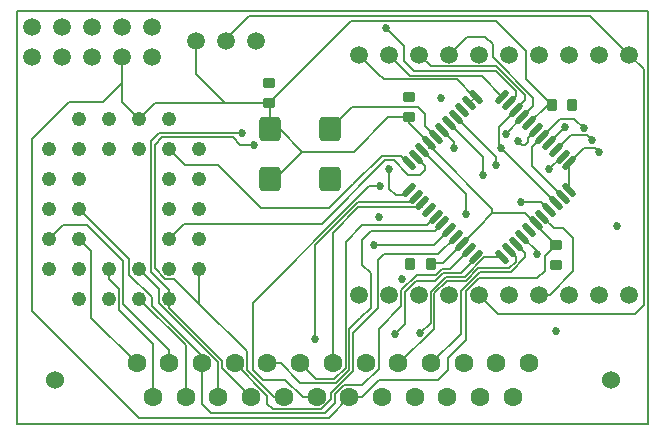
<source format=gtl>
G04 Layer_Physical_Order=1*
G04 Layer_Color=255*
%FSAX24Y24*%
%MOIN*%
G70*
G01*
G75*
G04:AMPARAMS|DCode=10|XSize=21.7mil|YSize=57.1mil|CornerRadius=0mil|HoleSize=0mil|Usage=FLASHONLY|Rotation=45.000|XOffset=0mil|YOffset=0mil|HoleType=Round|Shape=Round|*
%AMOVALD10*
21,1,0.0354,0.0217,0.0000,0.0000,135.0*
1,1,0.0217,0.0125,-0.0125*
1,1,0.0217,-0.0125,0.0125*
%
%ADD10OVALD10*%

G04:AMPARAMS|DCode=11|XSize=21.7mil|YSize=57.1mil|CornerRadius=0mil|HoleSize=0mil|Usage=FLASHONLY|Rotation=135.000|XOffset=0mil|YOffset=0mil|HoleType=Round|Shape=Round|*
%AMOVALD11*
21,1,0.0354,0.0217,0.0000,0.0000,225.0*
1,1,0.0217,0.0125,0.0125*
1,1,0.0217,-0.0125,-0.0125*
%
%ADD11OVALD11*%

G04:AMPARAMS|DCode=12|XSize=39.4mil|YSize=35.4mil|CornerRadius=4.4mil|HoleSize=0mil|Usage=FLASHONLY|Rotation=180.000|XOffset=0mil|YOffset=0mil|HoleType=Round|Shape=RoundedRectangle|*
%AMROUNDEDRECTD12*
21,1,0.0394,0.0266,0,0,180.0*
21,1,0.0305,0.0354,0,0,180.0*
1,1,0.0089,-0.0153,0.0133*
1,1,0.0089,0.0153,0.0133*
1,1,0.0089,0.0153,-0.0133*
1,1,0.0089,-0.0153,-0.0133*
%
%ADD12ROUNDEDRECTD12*%
G04:AMPARAMS|DCode=13|XSize=39.4mil|YSize=35.4mil|CornerRadius=4.4mil|HoleSize=0mil|Usage=FLASHONLY|Rotation=270.000|XOffset=0mil|YOffset=0mil|HoleType=Round|Shape=RoundedRectangle|*
%AMROUNDEDRECTD13*
21,1,0.0394,0.0266,0,0,270.0*
21,1,0.0305,0.0354,0,0,270.0*
1,1,0.0089,-0.0133,-0.0153*
1,1,0.0089,-0.0133,0.0153*
1,1,0.0089,0.0133,0.0153*
1,1,0.0089,0.0133,-0.0153*
%
%ADD13ROUNDEDRECTD13*%
G04:AMPARAMS|DCode=14|XSize=70.9mil|YSize=78.7mil|CornerRadius=8.9mil|HoleSize=0mil|Usage=FLASHONLY|Rotation=0.000|XOffset=0mil|YOffset=0mil|HoleType=Round|Shape=RoundedRectangle|*
%AMROUNDEDRECTD14*
21,1,0.0709,0.0610,0,0,0.0*
21,1,0.0532,0.0787,0,0,0.0*
1,1,0.0177,0.0266,-0.0305*
1,1,0.0177,-0.0266,-0.0305*
1,1,0.0177,-0.0266,0.0305*
1,1,0.0177,0.0266,0.0305*
%
%ADD14ROUNDEDRECTD14*%
%ADD15C,0.0060*%
%ADD16C,0.0630*%
%ADD17C,0.0600*%
%ADD18C,0.0480*%
%ADD19C,0.0590*%
%ADD20C,0.0591*%
%ADD21C,0.0270*%
D10*
X031770Y031264D02*
D03*
X031992Y031487D02*
D03*
X032215Y031710D02*
D03*
X032438Y031932D02*
D03*
X032660Y032155D02*
D03*
X032883Y032378D02*
D03*
X033106Y032601D02*
D03*
X033329Y032823D02*
D03*
X033551Y033046D02*
D03*
X033774Y033269D02*
D03*
X033997Y033491D02*
D03*
X037115Y030374D02*
D03*
X036892Y030151D02*
D03*
X036669Y029928D02*
D03*
X036446Y029705D02*
D03*
X036224Y029483D02*
D03*
X036001Y029260D02*
D03*
X035778Y029037D02*
D03*
X035556Y028815D02*
D03*
X035333Y028592D02*
D03*
X035110Y028369D02*
D03*
X034887Y028146D02*
D03*
D11*
Y033491D02*
D03*
X035110Y033269D02*
D03*
X035333Y033046D02*
D03*
X035556Y032823D02*
D03*
X035778Y032601D02*
D03*
X036001Y032378D02*
D03*
X036224Y032155D02*
D03*
X036446Y031932D02*
D03*
X036669Y031710D02*
D03*
X036892Y031487D02*
D03*
X037115Y031264D02*
D03*
X033997Y028146D02*
D03*
X033774Y028369D02*
D03*
X033551Y028592D02*
D03*
X033329Y028815D02*
D03*
X033106Y029037D02*
D03*
X032883Y029260D02*
D03*
X032660Y029483D02*
D03*
X032438Y029705D02*
D03*
X032215Y029928D02*
D03*
X031992Y030151D02*
D03*
X031770Y030374D02*
D03*
D12*
X027119Y033280D02*
D03*
Y033949D02*
D03*
X036686Y028555D02*
D03*
Y027886D02*
D03*
X031765Y032807D02*
D03*
Y033476D02*
D03*
D13*
X032493Y027906D02*
D03*
X031824D02*
D03*
X036548Y033221D02*
D03*
X037218D02*
D03*
D14*
X027143Y030740D02*
D03*
X029143D02*
D03*
Y032394D02*
D03*
X027143D02*
D03*
D15*
X018700Y036330D02*
X039757D01*
X018700Y022585D02*
Y036330D01*
Y022585D02*
X039757D01*
Y036330D01*
X025643Y033280D02*
X027119D01*
X023320D02*
X025643D01*
X033551Y028592D02*
X034085Y029126D01*
X022781Y027748D02*
X023451Y027078D01*
X025540Y024447D02*
X026511Y023476D01*
X037115Y030374D02*
Y031264D01*
X024781Y026589D02*
Y027748D01*
Y026589D02*
X026371Y024999D01*
X023781Y026451D02*
Y026748D01*
Y026451D02*
X025540Y024691D01*
Y024447D02*
Y024691D01*
X023451Y026611D02*
Y027078D01*
Y026611D02*
X025420Y024642D01*
Y023476D02*
Y024642D01*
X022781Y026748D02*
X024330Y025199D01*
Y023476D02*
Y025199D01*
X021781Y027408D02*
Y027748D01*
Y027408D02*
X022111Y027078D01*
Y026379D02*
Y027078D01*
Y026379D02*
X023239Y025250D01*
Y023476D02*
Y025250D01*
X024686Y034236D02*
X025643Y033280D01*
X024686Y034236D02*
Y035347D01*
X025686D02*
Y035409D01*
X039111Y034882D02*
X039600Y034394D01*
Y026528D02*
Y034394D01*
X039324Y026252D02*
X039600Y026528D01*
X034741Y026252D02*
X039324D01*
X034111Y026882D02*
X034741Y026252D01*
X022789Y032748D02*
X023320Y033280D01*
X022781Y032748D02*
X022789D01*
X027119Y033280D02*
X027143Y033256D01*
Y032394D02*
Y033256D01*
X031765Y032605D02*
Y032807D01*
Y032605D02*
X032438Y031932D01*
X036398Y033221D02*
X036548D01*
X035778Y032601D02*
X036398Y033221D01*
X034558Y029598D02*
X035643D01*
X034085Y029126D02*
X034558Y029598D01*
X032904Y027945D02*
X033551Y028592D01*
X032536Y027945D02*
X032904D01*
X032496Y027906D02*
X032536Y027945D01*
X035422Y032690D02*
X035556Y032823D01*
X035899Y033166D01*
Y033457D01*
X034560Y034795D02*
X035899Y033457D01*
X034560Y034795D02*
Y035228D01*
X034324Y035465D02*
X034560Y035228D01*
X033694Y035465D02*
X034324D01*
X033111Y034882D02*
X033694Y035465D01*
X034768Y031844D02*
Y032481D01*
X035333Y033046D01*
X035648Y033361D01*
X035556Y032799D02*
Y032823D01*
X023781Y026748D02*
Y027034D01*
X023162Y027652D02*
X023781Y027034D01*
X035648Y033361D02*
Y033538D01*
X030111Y034882D02*
X030753Y034240D01*
X024322Y032292D02*
X026208D01*
X023162Y027652D02*
Y032002D01*
X023452Y032292D01*
X024322D01*
X023952Y027418D02*
X024781Y026589D01*
X023644Y027418D02*
X023952D01*
X023292Y027770D02*
X023644Y027418D01*
X023292Y027770D02*
Y031892D01*
X023532Y032132D01*
X025892D01*
X026132Y031892D01*
X026612D01*
X033997Y033491D02*
X033997D01*
X033774Y033269D02*
X033997Y033491D01*
X020781Y028748D02*
X021190Y028339D01*
Y026110D02*
Y028339D01*
Y026110D02*
X022702Y024598D01*
X033953Y033491D02*
X033997D01*
X023785Y024595D02*
Y025040D01*
X022232Y026592D02*
X023785Y025040D01*
X022232Y026592D02*
Y028002D01*
X021032Y029202D02*
X022232Y028002D01*
X020235Y029202D02*
X021032D01*
X019781Y028748D02*
X020235Y029202D01*
X019222Y032082D02*
X020447Y033307D01*
X020781Y029748D02*
X022451Y028078D01*
Y027554D02*
Y028078D01*
Y027554D02*
X023202Y026802D01*
X024875Y023239D02*
Y024595D01*
X030762Y024422D02*
Y025742D01*
X032754Y028240D02*
X033329Y028815D01*
X030930Y028240D02*
X032754D01*
X027056Y023250D02*
X027236Y023070D01*
X024875Y023239D02*
X025182Y022932D01*
X029098Y022792D02*
X029783Y023476D01*
X029902Y025622D02*
X030732Y026452D01*
Y026717D01*
X030726Y026722D02*
X030732Y026717D01*
X030726Y026722D02*
Y028036D01*
X030930Y028240D01*
X032660Y029360D02*
Y029483D01*
X032538Y029360D02*
X032660Y029483D01*
X028147Y024595D02*
X028669Y024072D01*
X029615Y023881D02*
X030221D01*
X030762Y024422D01*
X028669Y024072D02*
X029288D01*
X029662Y024447D01*
X029346Y023952D02*
X029782Y024388D01*
Y025742D01*
X029902Y024338D02*
Y025622D01*
X029302Y023569D02*
X029615Y023881D01*
X029182Y023618D02*
X029902Y024338D01*
X032215Y029800D02*
Y029928D01*
X032120Y030279D02*
Y030280D01*
X022782Y022792D02*
X029098D01*
X019222Y026352D02*
Y032082D01*
Y026352D02*
X022782Y022792D01*
X029302Y023272D02*
Y023569D01*
X025182Y022932D02*
X028962D01*
X029302Y023272D01*
X027236Y023070D02*
X028858D01*
X029182Y023394D01*
Y023618D01*
X031804Y029962D02*
X031992Y030151D01*
X035122Y027772D02*
X035342Y027992D01*
Y028137D01*
X035110Y028369D02*
X035342Y028137D01*
X035172Y027652D02*
X035652Y028132D01*
Y028273D01*
X035333Y028592D02*
X035652Y028273D01*
X025966Y024594D02*
Y024595D01*
Y024594D02*
X027056Y023504D01*
Y023250D02*
Y023504D01*
X026371Y024384D02*
Y024999D01*
Y024384D02*
X027278Y023476D01*
X027602D01*
X027056Y024595D02*
X027510D01*
X028152Y023952D01*
X029346D01*
X028228Y023476D02*
X028692D01*
X027652Y024052D02*
X028228Y023476D01*
X026892Y024052D02*
X027652D01*
X026562Y024382D02*
X026892Y024052D01*
X026562Y024382D02*
Y025172D01*
X029143Y032394D02*
X029891Y033142D01*
X032072D01*
X032302Y032912D01*
Y032513D02*
Y032912D01*
Y032513D02*
X032660Y032155D01*
X027143Y030740D02*
X027300D01*
X028212Y031652D01*
X029932D01*
X031087Y032807D01*
X031765D01*
X027143Y032394D02*
X027471D01*
X028212Y031652D01*
X032883Y032378D02*
X033282Y031979D01*
X034242Y030872D02*
Y031464D01*
X033106Y032601D02*
X034242Y031464D01*
X035502Y029972D02*
X036180D01*
X036446Y029705D01*
X033682Y029572D02*
Y030243D01*
X032215Y031710D02*
X033682Y030243D01*
X034682Y031202D02*
Y031470D01*
X033329Y032823D02*
X034682Y031470D01*
X036111Y026882D02*
X036472D01*
X037252Y027662D01*
Y028772D01*
X036922Y029102D02*
X037252Y028772D01*
X036604Y029102D02*
X036922D01*
X036224Y029483D02*
X036604Y029102D01*
X035682Y034087D02*
X036548Y033221D01*
X035682Y034087D02*
Y035012D01*
X032438Y031767D02*
Y031932D01*
X033262Y031792D02*
X033282D01*
X032538Y031767D02*
X034558Y029748D01*
Y029598D02*
Y029748D01*
X036669Y029928D02*
Y029943D01*
X023781Y031748D02*
X024317Y031212D01*
X025392D01*
X026832Y029772D01*
X029122D01*
X026562Y025172D02*
Y026622D01*
X030042Y030102D01*
X028652Y025412D02*
Y028542D01*
X030072Y029962D01*
X031804D01*
X029237Y024595D02*
Y028958D01*
X030079Y029800D01*
X024275Y029242D02*
X028862D01*
X023781Y028748D02*
X024275Y029242D01*
X035643Y029598D02*
X035991Y029250D01*
X032438Y031767D02*
X032538D01*
X033282Y031792D02*
Y031979D01*
X030079Y029800D02*
X032215D01*
X032538Y029360D02*
X032660D01*
X029662Y024447D02*
Y028652D01*
X030212Y029202D01*
X032380D01*
X032538Y029360D01*
X029782Y025742D02*
X030142Y026102D01*
X032635Y029012D02*
X032883Y029260D01*
X030512Y029012D02*
X032635D01*
X032611Y028542D02*
X033106Y029037D01*
X030612Y028542D02*
X032611D01*
X036042Y028252D02*
Y028328D01*
X035556Y028815D02*
X036042Y028328D01*
X029122Y029772D02*
X029912Y030562D01*
X031598Y030202D02*
X031770Y030374D01*
X031332Y030202D02*
X031598D01*
X034852Y031760D02*
X036669Y029943D01*
X034852Y031760D02*
Y031762D01*
X034768Y031844D02*
X034850Y031762D01*
X034852D01*
X034993Y032236D02*
X035556Y032799D01*
X035412Y032002D02*
X035531Y031883D01*
X035643D01*
X035742Y031982D01*
Y032119D01*
X036001Y032378D01*
X031748Y030876D02*
X032136D01*
X032292Y031032D01*
Y031187D01*
X031992Y031487D02*
X032292Y031187D01*
X031112Y030422D02*
X031332Y030202D01*
X031112Y030422D02*
Y031092D01*
X028862Y029242D02*
X030982Y031362D01*
X031262D01*
X031748Y030876D01*
X034197Y034182D02*
X034887Y033491D01*
X033382Y034062D02*
X033953Y033491D01*
X031811Y034182D02*
X034197D01*
X031111Y034882D02*
X031811Y034182D01*
X034684Y034502D02*
X035648Y033538D01*
X033947Y034502D02*
X033952Y034497D01*
X034271D01*
X034276Y034502D01*
X034684D01*
X033271Y034497D02*
X033276Y034502D01*
X033947D01*
X032496Y034497D02*
X033271D01*
X032111Y034882D02*
X032496Y034497D01*
X035110Y033269D02*
X035348Y033507D01*
Y033666D01*
X034662Y034352D02*
X035348Y033666D01*
X031932Y034352D02*
X034662D01*
X031622Y034662D02*
X031932Y034352D01*
X031622Y034662D02*
Y035162D01*
X036669Y031710D02*
X037162Y032202D01*
X037705D01*
X037867Y032039D01*
X037115Y031264D02*
X037622Y031772D01*
X037977D01*
X038103Y031646D01*
X035872Y031171D02*
X036892Y030151D01*
X035872Y031171D02*
Y031804D01*
X036224Y032155D01*
X037820Y036173D02*
X039111Y034882D01*
X025686Y035409D02*
X026450Y036173D01*
X037820D01*
X031002Y035782D02*
X031622Y035162D01*
X029847Y036007D02*
X034687D01*
X027119Y033280D02*
X029847Y036007D01*
X034687D02*
X035682Y035012D01*
X036446Y031932D02*
X036473D01*
X036446D02*
X036976Y032462D01*
X036224Y032155D02*
X036821Y032752D01*
X037273D01*
X037592Y032433D01*
X029912Y030562D02*
X030862Y031512D01*
X031522D01*
X031770Y031264D01*
X030142Y026102D02*
X030496Y026456D01*
Y027598D01*
X030212Y027882D02*
X030496Y027598D01*
X030212Y027882D02*
Y028712D01*
X030512Y029012D01*
X023202Y026522D02*
Y026802D01*
Y026522D02*
X024875Y024849D01*
Y024595D02*
Y024849D01*
X036452Y031062D02*
X036877Y031487D01*
X036892D01*
X030762Y025742D02*
X031522Y026502D01*
Y027032D01*
X033997Y028107D02*
Y028146D01*
X034286D02*
X034887D01*
X031418Y024595D02*
X031453D01*
X032616Y025758D01*
X031418Y024595D02*
X031564D01*
X033632Y027492D02*
X034286Y028146D01*
X034082Y027772D02*
X035122D01*
X034132Y027652D02*
X035172D01*
X033496Y027016D02*
X034132Y027652D01*
X033496Y025582D02*
Y027016D01*
X032509Y024595D02*
X033496Y025582D01*
X029783Y023476D02*
X030206D01*
X030772Y024042D01*
X032742D01*
X033062Y024362D01*
Y024762D01*
X033682Y025382D01*
Y027022D01*
X034092Y027432D01*
X036052D01*
X036312Y027692D01*
Y028181D01*
X036686Y028555D01*
X035991Y029250D02*
X036686Y028555D01*
X031652Y026992D02*
X032012Y027352D01*
X031522Y027032D02*
X032032Y027542D01*
X033662Y027352D02*
X034082Y027772D01*
X032032Y027542D02*
X032672D01*
X032012Y027352D02*
X032652D01*
X033037D02*
X033662D01*
X032616Y025758D02*
Y026931D01*
X033037Y027352D01*
X032496Y025956D02*
Y026981D01*
X032142Y025602D02*
X032496Y025956D01*
X033502Y027612D02*
X033997Y028107D01*
X032496Y026981D02*
X033007Y027492D01*
X033632D01*
X032652Y027352D02*
X032912Y027612D01*
X033502D01*
X032672Y027542D02*
X032862Y027732D01*
X033137D01*
X033774Y028369D01*
X022222Y033952D02*
Y034819D01*
X021577Y033307D02*
X022222Y033952D01*
X020447Y033307D02*
X021577D01*
X022222D02*
X022781Y032748D01*
X022222Y033307D02*
Y033952D01*
X030753Y034240D02*
X030931Y034062D01*
X033382D01*
X030042Y030102D02*
X030442Y030502D01*
X030822D01*
X031302Y025572D02*
X031652Y025922D01*
Y026992D01*
D16*
X022702Y024598D02*
D03*
X030873Y023476D02*
D03*
X033054D02*
D03*
X031964D02*
D03*
X034145D02*
D03*
X035235D02*
D03*
X029783D02*
D03*
X023239D02*
D03*
X028692D02*
D03*
X027602D02*
D03*
X025420D02*
D03*
X026511D02*
D03*
X024330D02*
D03*
X024875Y024595D02*
D03*
X027056D02*
D03*
X025966D02*
D03*
X028147D02*
D03*
X029237D02*
D03*
X023785D02*
D03*
X030328D02*
D03*
X035781D02*
D03*
X034690D02*
D03*
X032509D02*
D03*
X033600D02*
D03*
X031418D02*
D03*
D17*
X019985Y024035D02*
D03*
X038505D02*
D03*
D18*
X020781Y032748D02*
D03*
X021781D02*
D03*
X022781D02*
D03*
X023781D02*
D03*
X019781Y031748D02*
D03*
X020781D02*
D03*
X021781D02*
D03*
X022781D02*
D03*
X023781D02*
D03*
X024781D02*
D03*
X019781Y030748D02*
D03*
X020781D02*
D03*
X023781D02*
D03*
X024781D02*
D03*
X019781Y029748D02*
D03*
X020781D02*
D03*
X023781D02*
D03*
X024781D02*
D03*
X020781Y027748D02*
D03*
X021781D02*
D03*
X022781D02*
D03*
X023781D02*
D03*
X024781D02*
D03*
X019781D02*
D03*
X020781Y026748D02*
D03*
X021781D02*
D03*
X022781D02*
D03*
X023781D02*
D03*
X024781Y028748D02*
D03*
X023781D02*
D03*
X020781D02*
D03*
X019781D02*
D03*
D19*
X030111Y034882D02*
D03*
X031111D02*
D03*
X032111D02*
D03*
X033111D02*
D03*
X034111D02*
D03*
X035111D02*
D03*
X036111D02*
D03*
X037111D02*
D03*
X038111D02*
D03*
X039111D02*
D03*
Y026882D02*
D03*
X038111D02*
D03*
X037111D02*
D03*
X036111D02*
D03*
X035111D02*
D03*
X034111D02*
D03*
X033111D02*
D03*
X032111D02*
D03*
X031111D02*
D03*
X030111D02*
D03*
D20*
X019222Y035819D02*
D03*
Y034819D02*
D03*
X021222Y035819D02*
D03*
Y034819D02*
D03*
X020222D02*
D03*
Y035819D02*
D03*
X022222D02*
D03*
Y034819D02*
D03*
X023222D02*
D03*
Y035819D02*
D03*
X024686Y035347D02*
D03*
X025686D02*
D03*
X026686D02*
D03*
D21*
X037592Y032433D02*
D03*
X037867Y032039D02*
D03*
X038103Y031646D02*
D03*
X026612Y031892D02*
D03*
X026208Y032292D02*
D03*
X032142Y025602D02*
D03*
X028652Y025412D02*
D03*
X034242Y030872D02*
D03*
X035502Y029972D02*
D03*
X033682Y029572D02*
D03*
X034682Y031202D02*
D03*
X033262Y031792D02*
D03*
X030822Y030502D02*
D03*
X030612Y028542D02*
D03*
X036042Y028252D02*
D03*
X034852Y031762D02*
D03*
X034993Y032236D02*
D03*
X035412Y032002D02*
D03*
X031112Y031092D02*
D03*
X031002Y035782D02*
D03*
X036976Y032462D02*
D03*
X031542Y027412D02*
D03*
X036452Y031062D02*
D03*
X036672Y025672D02*
D03*
X038712Y029162D02*
D03*
X032832Y033442D02*
D03*
X030772Y029482D02*
D03*
X031302Y025572D02*
D03*
M02*

</source>
